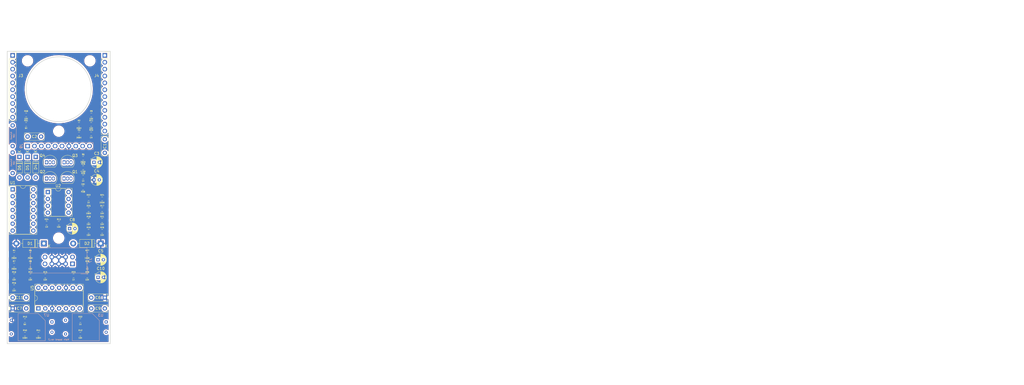
<source format=kicad_pcb>
(kicad_pcb (version 20171130) (host pcbnew "(5.0.2)-1")
  (title_block (title Valve) (date 2018-01-22) (rev 1) (company "Coriolis Instruments") (comment 1 "Combined board with cutting lines."))
  (layers (0 F.Cu signal) (31 B.Cu signal) (34 B.Paste user) (35 F.Paste user) (36 B.SilkS user) (37 F.SilkS user) (38 B.Mask user) (39 F.Mask user) (44 Edge.Cuts user))
  (net 0 "")
  (net 1 /tube.2)
  (net 2 /tube.in)
  (net 3 /tube.1)
  (net 4 /tube.7)
  (net 5 /+12V)
  (net 6 /gnd)
  (net 7 /-12V)
  (net 8 "Net-(C5-Pad2)")
  (net 9 /tube.6)
  (net 10 /tube.out)
  (net 11 /R.gain.1)
  (net 12 /led.fb.in)
  (net 13 "Net-(C10-Pad1)")
  (net 14 /audio.out)
  (net 15 "Net-(C11-Pad1)")
  (net 16 "Net-(D1-Pad1)")
  (net 17 "Net-(D2-Pad2)")
  (net 18 "Net-(D4-Pad1)")
  (net 19 "Net-(D5-Pad1)")
  (net 20 /led.clip.in)
  (net 21 /audio.in)
  (net 22 /led.clip.out)
  (net 23 /led.fb.out)
  (net 24 /R.gain.3)
  (net 25 /fb.cv.in)
  (net 26 /fb.cv.level)
  (net 27 /fb.level)
  (net 28 /drv.cv.in)
  (net 29 /drv.cv.level)
  (net 30 /drv.level)
  (net 31 /tone.cv.in)
  (net 32 /tone.cv.level)
  (net 33 /tone.level)
  (net 34 /tube.8)
  (net 35 "Net-(Q1-Pad1)")
  (net 36 "Net-(Q1-Pad2)")
  (net 37 "Net-(Q2-Pad2)")
  (net 38 "Net-(Q3-Pad2)")
  (net 39 "Net-(Q4-Pad2)")
  (net 40 "Net-(R2-Pad1)")
  (net 41 "Net-(R3-Pad1)")
  (net 42 "Net-(R4-Pad1)")
  (net 43 "Net-(R12-Pad2)")
  (net 44 "Net-(R13-Pad2)")
  (net 45 "Net-(R10-Pad2)")
  (net 46 /+1V)
  (net 47 "Net-(R10-Pad1)")
  (net 48 "Net-(R15-Pad2)")
  (net 49 "Net-(R16-Pad2)")
  (net 50 "Net-(R17-Pad2)")
  (net 51 /cv.fb)
  (net 52 /cv.drv)
  (net 53 /cv.tone)
  (net 54 "Net-(R25-Pad2)")
  (net 55 "Net-(R29-Pad1)")
  (net 56 "Net-(R33-Pad1)")
  (net 57 "Net-(R40-Pad2)")
  (net 58 /tube.3)
  (module MountingHole:MountingHole_3.2mm_M3 (layer F.Cu) (at 19 29.5)
    (fp_text reference M6 hide)
    (fp_text value MountingHole_3.2mm_M3)
    (pad 1 np_thru_hole circle (at 0 0) (size 3.2 3.2) (drill 3.2) (layers *.Cu *.Mask))
  )
  (module MountingHole:MountingHole_3.2mm_M3 (layer F.Cu) (at 7.5 3.5)
    (fp_text reference M5 hide)
    (fp_text value MountingHole_3.2mm_M3)
    (pad 1 np_thru_hole circle (at 0 0) (size 3.2 3.2) (drill 3.2) (layers *.Cu *.Mask))
  )
  (module MountingHole:MountingHole_3.2mm_M3 (layer F.Cu) (at 30.5 3.5)
    (fp_text reference M4 hide)
    (fp_text value MountingHole_3.2mm_M3)
    (pad 1 np_thru_hole circle (at 0 0) (size 3.2 3.2) (drill 3.2) (layers *.Cu *.Mask))
  )
  (module Package_DIP:DIP-14_W7.62mm_Socket (layer F.Cu) (at 11.5 95 90)
    (fp_text reference U5 (at 7.5 -2.33 90) (layer F.SilkS))
    (fp_text value TL074)
    (pad 1 thru_hole rect (at 0 0 90) (size 1.6 1.6) (drill 0.8) (layers *.Cu *.Mask) (net 11 /R.gain.1))
    (pad 8 thru_hole oval (at 7.62 15.24 90) (size 1.6 1.6) (drill 0.8) (layers *.Cu *.Mask) (net 35 "Net-(Q1-Pad1)"))
    (pad 2 thru_hole oval (at 0 2.54 90) (size 1.6 1.6) (drill 0.8) (layers *.Cu *.Mask) (net 24 /R.gain.3))
    (pad 9 thru_hole oval (at 7.62 12.7 90) (size 1.6 1.6) (drill 0.8) (layers *.Cu *.Mask) (net 56 "Net-(R33-Pad1)"))
    (pad 3 thru_hole oval (at 0 5.08 90) (size 1.6 1.6) (drill 0.8) (layers *.Cu *.Mask) (net 6 /gnd))
    (pad 10 thru_hole oval (at 7.62 10.16 90) (size 1.6 1.6) (drill 0.8) (layers *.Cu *.Mask) (net 6 /gnd))
    (pad 4 thru_hole oval (at 0 7.62 90) (size 1.6 1.6) (drill 0.8) (layers *.Cu *.Mask) (net 5 /+12V))
    (pad 11 thru_hole oval (at 7.62 7.62 90) (size 1.6 1.6) (drill 0.8) (layers *.Cu *.Mask) (net 7 /-12V))
    (pad 5 thru_hole oval (at 0 10.16 90) (size 1.6 1.6) (drill 0.8) (layers *.Cu *.Mask) (net 21 /audio.in))
    (pad 12 thru_hole oval (at 7.62 5.08 90) (size 1.6 1.6) (drill 0.8) (layers *.Cu *.Mask) (net 35 "Net-(Q1-Pad1)"))
    (pad 6 thru_hole oval (at 0 12.7 90) (size 1.6 1.6) (drill 0.8) (layers *.Cu *.Mask) (net 55 "Net-(R29-Pad1)"))
    (pad 13 thru_hole oval (at 7.62 2.54 90) (size 1.6 1.6) (drill 0.8) (layers *.Cu *.Mask) (net 14 /audio.out))
    (pad 7 thru_hole oval (at 0 15.24 90) (size 1.6 1.6) (drill 0.8) (layers *.Cu *.Mask) (net 2 /tube.in))
    (pad 14 thru_hole oval (at 7.62 0 90) (size 1.6 1.6) (drill 0.8) (layers *.Cu *.Mask) (net 14 /audio.out))
  )
  (module Capacitor_THT:C_Disc_D7.0mm_W2.5mm_P5.00mm (layer F.Cu) (at 36 32.5 270)
    (fp_text reference C1 (at 2.5 0 270) (layer F.SilkS))
    (fp_text value 47nF)
    (pad 1 thru_hole circle (at 0 0 270) (size 1.6 1.6) (drill 0.8) (layers *.Cu *.Mask) (net 1 /tube.2))
    (pad 2 thru_hole circle (at 5 0 270) (size 1.6 1.6) (drill 0.8) (layers *.Cu *.Mask) (net 2 /tube.in))
  )
  (module Capacitor_THT:C_Disc_D7.0mm_W2.5mm_P5.00mm (layer F.Cu) (at 12.5 31.5 180)
    (fp_text reference C2 (at 2.5 0 180) (layer F.SilkS))
    (fp_text value 47nF)
    (pad 2 thru_hole circle (at 5 0 180) (size 1.6 1.6) (drill 0.8) (layers *.Cu *.Mask) (net 3 /tube.1))
    (pad 1 thru_hole circle (at 0 0 180) (size 1.6 1.6) (drill 0.8) (layers *.Cu *.Mask) (net 4 /tube.7))
  )
  (module Capacitor_THT:CP_Radial_D4.0mm_P2.00mm (layer F.Cu) (at 32 41)
    (fp_text reference C3 (at 1 -3.25) (layer F.SilkS))
    (fp_text value "10uF (25V)")
    (pad 1 thru_hole rect (at 0 0) (size 1.2 1.2) (drill 0.6) (layers *.Cu *.Mask) (net 5 /+12V))
    (pad 2 thru_hole circle (at 2 0) (size 1.2 1.2) (drill 0.6) (layers *.Cu *.Mask) (net 6 /gnd))
  )
  (module Capacitor_THT:CP_Radial_D4.0mm_P2.00mm (layer F.Cu) (at 32 47.5)
    (fp_text reference C4 (at 1 -3.25) (layer F.SilkS))
    (fp_text value "10uF (25V)")
    (pad 1 thru_hole rect (at 0 0) (size 1.2 1.2) (drill 0.6) (layers *.Cu *.Mask) (net 6 /gnd))
    (pad 2 thru_hole circle (at 2 0) (size 1.2 1.2) (drill 0.6) (layers *.Cu *.Mask) (net 7 /-12V))
  )
  (module Capacitor_THT:CP_Radial_D4.0mm_P2.00mm (layer F.Cu) (at 33.5 77)
    (fp_text reference C5 (at 1 -3.25) (layer F.SilkS))
    (fp_text value "1uF (25V)")
    (pad 2 thru_hole circle (at 2 0) (size 1.2 1.2) (drill 0.6) (layers *.Cu *.Mask) (net 8 "Net-(C5-Pad2)"))
    (pad 1 thru_hole rect (at 0 0) (size 1.2 1.2) (drill 0.6) (layers *.Cu *.Mask) (net 9 /tube.6))
  )
  (module Capacitor_THT:C_Disc_D7.0mm_W2.5mm_P5.00mm (layer F.Cu) (at 31 91)
    (fp_text reference C6 (at 2.5 0) (layer F.SilkS))
    (fp_text value 100nF)
    (pad 2 thru_hole circle (at 5 0) (size 1.6 1.6) (drill 0.8) (layers *.Cu *.Mask) (net 6 /gnd))
    (pad 1 thru_hole circle (at 0 0) (size 1.6 1.6) (drill 0.8) (layers *.Cu *.Mask) (net 5 /+12V))
  )
  (module Capacitor_THT:C_Disc_D7.0mm_W2.5mm_P5.00mm (layer F.Cu) (at 2 95)
    (fp_text reference C7 (at 2.5 0) (layer F.SilkS))
    (fp_text value 100nF)
    (pad 1 thru_hole circle (at 0 0) (size 1.6 1.6) (drill 0.8) (layers *.Cu *.Mask) (net 6 /gnd))
    (pad 2 thru_hole circle (at 5 0) (size 1.6 1.6) (drill 0.8) (layers *.Cu *.Mask) (net 7 /-12V))
  )
  (module Capacitor_THT:CP_Radial_D4.0mm_P2.00mm (layer F.Cu) (at 23 65.5)
    (fp_text reference C8 (at 1 -3.25) (layer F.SilkS))
    (fp_text value "1uF (25V)")
    (pad 2 thru_hole circle (at 2 0) (size 1.2 1.2) (drill 0.6) (layers *.Cu *.Mask) (net 10 /tube.out))
    (pad 1 thru_hole rect (at 0 0) (size 1.2 1.2) (drill 0.6) (layers *.Cu *.Mask) (net 11 /R.gain.1))
  )
  (module Capacitor_THT:C_Disc_D7.0mm_W2.5mm_P5.00mm (layer F.Cu) (at 31 95)
    (fp_text reference C9 (at 2.5 0) (layer F.SilkS))
    (fp_text value 22nF)
    (pad 1 thru_hole circle (at 0 0) (size 1.6 1.6) (drill 0.8) (layers *.Cu *.Mask) (net 12 /led.fb.in))
    (pad 2 thru_hole circle (at 5 0) (size 1.6 1.6) (drill 0.8) (layers *.Cu *.Mask) (net 2 /tube.in))
  )
  (module Capacitor_THT:CP_Radial_D4.0mm_P2.00mm (layer F.Cu) (at 33.5 83.5)
    (fp_text reference C10 (at 1 -3.25) (layer F.SilkS))
    (fp_text value 0.22uF)
    (pad 1 thru_hole rect (at 0 0) (size 1.2 1.2) (drill 0.6) (layers *.Cu *.Mask) (net 13 "Net-(C10-Pad1)"))
    (pad 2 thru_hole circle (at 2 0) (size 1.2 1.2) (drill 0.6) (layers *.Cu *.Mask) (net 6 /gnd))
  )
  (module Capacitor_THT:C_Disc_D7.0mm_W2.5mm_P5.00mm (layer F.Cu) (at 2 91)
    (fp_text reference C11 (at 2.5 0) (layer F.SilkS))
    (fp_text value 100nF)
    (pad 2 thru_hole circle (at 5 0) (size 1.6 1.6) (drill 0.8) (layers *.Cu *.Mask) (net 14 /audio.out))
    (pad 1 thru_hole circle (at 0 0) (size 1.6 1.6) (drill 0.8) (layers *.Cu *.Mask) (net 15 "Net-(C11-Pad1)"))
  )
  (module Diode_THT:D_DO-41_SOD81_P10.16mm_Horizontal (layer F.Cu) (at 13.5 71 180)
    (fp_text reference D1 (at 5.08 0 180) (layer F.SilkS))
    (fp_text value IN4001)
    (fp_text user K (at -2 -1 180) (layer F.SilkS))
    (pad 1 thru_hole rect (at 0 0 180) (size 2.2 2.2) (drill 1.1) (layers *.Cu *.Mask) (net 16 "Net-(D1-Pad1)"))
    (pad 2 thru_hole oval (at 10.16 0 180) (size 2.2 2.2) (drill 1.1) (layers *.Cu *.Mask) (net 6 /gnd))
  )
  (module Diode_THT:D_DO-41_SOD81_P10.16mm_Horizontal (layer F.Cu) (at 34.5 71 180)
    (fp_text reference D2 (at 5.08 0 180) (layer F.SilkS))
    (fp_text value IN4001)
    (fp_text user K (at -2 -1 180) (layer F.SilkS))
    (pad 2 thru_hole oval (at 10.16 0 180) (size 2.2 2.2) (drill 1.1) (layers *.Cu *.Mask) (net 17 "Net-(D2-Pad2)"))
    (pad 1 thru_hole rect (at 0 0 180) (size 2.2 2.2) (drill 1.1) (layers *.Cu *.Mask) (net 6 /gnd))
  )
  (module Diode_THT:D_DO-35_SOD27_P7.62mm_Horizontal (layer F.Cu) (at 10.5 39 270)
    (fp_text reference D4 (at 3.81 0 270) (layer F.SilkS))
    (fp_text value IN4148)
    (fp_text user K (at -2 0 270) (layer F.SilkS))
    (pad 2 thru_hole oval (at 7.62 0 270) (size 1.6 1.6) (drill 0.8) (layers *.Cu *.Mask) (net 5 /+12V))
    (pad 1 thru_hole rect (at 0 0 270) (size 1.6 1.6) (drill 0.8) (layers *.Cu *.Mask) (net 18 "Net-(D4-Pad1)"))
  )
  (module Diode_THT:D_DO-35_SOD27_P7.62mm_Horizontal (layer F.Cu) (at 7.5 39 270)
    (fp_text reference D5 (at 4 0 270) (layer F.SilkS))
    (fp_text value IN4148)
    (fp_text user K (at -2 0 270) (layer F.SilkS))
    (pad 1 thru_hole rect (at 0 0 270) (size 1.6 1.6) (drill 0.8) (layers *.Cu *.Mask) (net 19 "Net-(D5-Pad1)"))
    (pad 2 thru_hole oval (at 7.62 0 270) (size 1.6 1.6) (drill 0.8) (layers *.Cu *.Mask) (net 18 "Net-(D4-Pad1)"))
  )
  (module Diode_THT:D_DO-35_SOD27_P7.62mm_Horizontal (layer F.Cu) (at 4.5 39 270)
    (fp_text reference D6 (at 4 0 270) (layer F.SilkS))
    (fp_text value IN4148)
    (fp_text user K (at -2 0 270) (layer F.SilkS))
    (pad 1 thru_hole rect (at 0 0 270) (size 1.6 1.6) (drill 0.8) (layers *.Cu *.Mask) (net 20 /led.clip.in))
    (pad 2 thru_hole oval (at 7.62 0 270) (size 1.6 1.6) (drill 0.8) (layers *.Cu *.Mask) (net 19 "Net-(D5-Pad1)"))
  )
  (module Connector_PinSocket_2.54mm:PinSocket_1x10_P2.54mm_Vertical (layer F.Cu) (at 2 1.5)
    (fp_text reference J3 (at 3 7.5) (layer F.SilkS))
    (fp_text value Conn_01x10)
    (pad 1 thru_hole rect (at 0 0) (size 1.7 1.7) (drill 1) (layers *.Cu *.Mask) (net 5 /+12V))
    (pad 2 thru_hole oval (at 0 2.54) (size 1.7 1.7) (drill 1) (layers *.Cu *.Mask) (net 6 /gnd))
    (pad 3 thru_hole oval (at 0 5.08) (size 1.7 1.7) (drill 1) (layers *.Cu *.Mask) (net 7 /-12V))
    (pad 4 thru_hole oval (at 0 7.62) (size 1.7 1.7) (drill 1) (layers *.Cu *.Mask))
    (pad 5 thru_hole oval (at 0 10.16) (size 1.7 1.7) (drill 1) (layers *.Cu *.Mask) (net 21 /audio.in))
    (pad 6 thru_hole oval (at 0 12.7) (size 1.7 1.7) (drill 1) (layers *.Cu *.Mask) (net 14 /audio.out))
    (pad 7 thru_hole oval (at 0 15.24) (size 1.7 1.7) (drill 1) (layers *.Cu *.Mask) (net 20 /led.clip.in))
    (pad 8 thru_hole oval (at 0 17.78) (size 1.7 1.7) (drill 1) (layers *.Cu *.Mask) (net 22 /led.clip.out))
    (pad 9 thru_hole oval (at 0 20.32) (size 1.7 1.7) (drill 1) (layers *.Cu *.Mask) (net 12 /led.fb.in))
    (pad 10 thru_hole oval (at 0 22.86) (size 1.7 1.7) (drill 1) (layers *.Cu *.Mask) (net 23 /led.fb.out))
  )
  (module Connector_PinSocket_2.54mm:PinSocket_1x12_P2.54mm_Vertical (layer F.Cu) (at 36 1.5)
    (fp_text reference J4 (at -3 7.5) (layer F.SilkS))
    (fp_text value Conn_01x12)
    (pad 1 thru_hole rect (at 0 0) (size 1.7 1.7) (drill 1) (layers *.Cu *.Mask) (net 11 /R.gain.1))
    (pad 2 thru_hole oval (at 0 2.54) (size 1.7 1.7) (drill 1) (layers *.Cu *.Mask) (net 24 /R.gain.3))
    (pad 3 thru_hole oval (at 0 5.08) (size 1.7 1.7) (drill 1) (layers *.Cu *.Mask) (net 25 /fb.cv.in))
    (pad 4 thru_hole oval (at 0 7.62) (size 1.7 1.7) (drill 1) (layers *.Cu *.Mask) (net 26 /fb.cv.level))
    (pad 5 thru_hole oval (at 0 10.16) (size 1.7 1.7) (drill 1) (layers *.Cu *.Mask) (net 27 /fb.level))
    (pad 6 thru_hole oval (at 0 12.7) (size 1.7 1.7) (drill 1) (layers *.Cu *.Mask) (net 28 /drv.cv.in))
    (pad 7 thru_hole oval (at 0 15.24) (size 1.7 1.7) (drill 1) (layers *.Cu *.Mask) (net 29 /drv.cv.level))
    (pad 8 thru_hole oval (at 0 17.78) (size 1.7 1.7) (drill 1) (layers *.Cu *.Mask) (net 30 /drv.level))
    (pad 9 thru_hole oval (at 0 20.32) (size 1.7 1.7) (drill 1) (layers *.Cu *.Mask) (net 31 /tone.cv.in))
    (pad 10 thru_hole oval (at 0 22.86) (size 1.7 1.7) (drill 1) (layers *.Cu *.Mask) (net 32 /tone.cv.level))
    (pad 11 thru_hole oval (at 0 25.4) (size 1.7 1.7) (drill 1) (layers *.Cu *.Mask) (net 33 /tone.level))
    (pad 12 thru_hole oval (at 0 27.94) (size 1.7 1.7) (drill 1) (layers *.Cu *.Mask) (net 34 /tube.8))
  )
  (module Connector_IDC:IDC-Header_2x05_P2.54mm_Vertical (layer B.Cu) (at 24.08 78.54 90)
    (fp_text reference J7 (at 1.27 6.604 90) (layer B.SilkS) (effects (justify mirror)))
    (fp_text value Conn_02x05_Odd_Even)
    (pad 1 thru_hole rect (at 0 0 90) (size 1.7272 1.7272) (drill 1.016) (layers *.Cu *.Mask) (net 17 "Net-(D2-Pad2)"))
    (pad 2 thru_hole oval (at 2.54 0 90) (size 1.7272 1.7272) (drill 1.016) (layers *.Cu *.Mask) (net 17 "Net-(D2-Pad2)"))
    (pad 3 thru_hole oval (at 0 -2.54 90) (size 1.7272 1.7272) (drill 1.016) (layers *.Cu *.Mask) (net 6 /gnd))
    (pad 4 thru_hole oval (at 2.54 -2.54 90) (size 1.7272 1.7272) (drill 1.016) (layers *.Cu *.Mask) (net 6 /gnd))
    (pad 5 thru_hole oval (at 0 -5.08 90) (size 1.7272 1.7272) (drill 1.016) (layers *.Cu *.Mask) (net 6 /gnd))
    (pad 6 thru_hole oval (at 2.54 -5.08 90) (size 1.7272 1.7272) (drill 1.016) (layers *.Cu *.Mask) (net 6 /gnd))
    (pad 7 thru_hole oval (at 0 -7.62 90) (size 1.7272 1.7272) (drill 1.016) (layers *.Cu *.Mask) (net 6 /gnd))
    (pad 8 thru_hole oval (at 2.54 -7.62 90) (size 1.7272 1.7272) (drill 1.016) (layers *.Cu *.Mask) (net 6 /gnd))
    (pad 9 thru_hole oval (at 0 -10.16 90) (size 1.7272 1.7272) (drill 1.016) (layers *.Cu *.Mask) (net 16 "Net-(D1-Pad1)"))
    (pad 10 thru_hole oval (at 2.54 -10.16 90) (size 1.7272 1.7272) (drill 1.016) (layers *.Cu *.Mask) (net 16 "Net-(D1-Pad1)"))
  )
  (module Package_TO_SOT_THT:TO-92_Inline (layer F.Cu) (at 20.96 47)
    (fp_text reference Q1 (at 4.04 -2.5) (layer F.SilkS))
    (fp_text value BC547)
    (pad 1 thru_hole rect (at 0 0) (size 1.05 1.5) (drill 0.75) (layers *.Cu *.Mask) (net 35 "Net-(Q1-Pad1)"))
    (pad 3 thru_hole oval (at 2.54 0) (size 1.05 1.5) (drill 0.75) (layers *.Cu *.Mask) (net 12 /led.fb.in))
    (pad 2 thru_hole oval (at 1.27 0) (size 1.05 1.5) (drill 0.75) (layers *.Cu *.Mask) (net 36 "Net-(Q1-Pad2)"))
  )
  (module Package_TO_SOT_THT:TO-92_Inline (layer F.Cu) (at 14.5 47)
    (fp_text reference Q2 (at -1.5 -2.5) (layer F.SilkS))
    (fp_text value BC547)
    (pad 2 thru_hole oval (at 1.27 0) (size 1.05 1.5) (drill 0.75) (layers *.Cu *.Mask) (net 37 "Net-(Q2-Pad2)"))
    (pad 3 thru_hole oval (at 2.54 0) (size 1.05 1.5) (drill 0.75) (layers *.Cu *.Mask) (net 36 "Net-(Q1-Pad2)"))
    (pad 1 thru_hole rect (at 0 0) (size 1.05 1.5) (drill 0.75) (layers *.Cu *.Mask) (net 5 /+12V))
  )
  (module Package_TO_SOT_THT:TO-92_Inline (layer F.Cu) (at 21 41)
    (fp_text reference Q3 (at 4 -2.5) (layer F.SilkS))
    (fp_text value BC547)
    (pad 1 thru_hole rect (at 0 0) (size 1.05 1.5) (drill 0.75) (layers *.Cu *.Mask) (net 5 /+12V))
    (pad 3 thru_hole oval (at 2.54 0) (size 1.05 1.5) (drill 0.75) (layers *.Cu *.Mask) (net 13 "Net-(C10-Pad1)"))
    (pad 2 thru_hole oval (at 1.27 0) (size 1.05 1.5) (drill 0.75) (layers *.Cu *.Mask) (net 38 "Net-(Q3-Pad2)"))
  )
  (module Package_TO_SOT_THT:TO-92_Inline (layer F.Cu) (at 14.5 41)
    (fp_text reference Q4 (at -1.5 -2.5) (layer F.SilkS))
    (fp_text value BC557)
    (pad 2 thru_hole oval (at 1.27 0) (size 1.05 1.5) (drill 0.75) (layers *.Cu *.Mask) (net 39 "Net-(Q4-Pad2)"))
    (pad 3 thru_hole oval (at 2.54 0) (size 1.05 1.5) (drill 0.75) (layers *.Cu *.Mask) (net 20 /led.clip.in))
    (pad 1 thru_hole rect (at 0 0) (size 1.05 1.5) (drill 0.75) (layers *.Cu *.Mask) (net 22 /led.clip.out))
  )
  (module Package_DIP:DIP-14_W7.62mm_Socket (layer F.Cu) (at 2 51)
    (fp_text reference U1 (at 0 -2.5) (layer F.SilkS))
    (fp_text value TL074)
    (pad 14 thru_hole oval (at 7.62 0) (size 1.6 1.6) (drill 0.8) (layers *.Cu *.Mask) (net 52 /cv.drv))
    (pad 7 thru_hole oval (at 0 15.24) (size 1.6 1.6) (drill 0.8) (layers *.Cu *.Mask) (net 45 "Net-(R10-Pad2)"))
    (pad 13 thru_hole oval (at 7.62 2.54) (size 1.6 1.6) (drill 0.8) (layers *.Cu *.Mask) (net 49 "Net-(R16-Pad2)"))
    (pad 6 thru_hole oval (at 0 12.7) (size 1.6 1.6) (drill 0.8) (layers *.Cu *.Mask) (net 42 "Net-(R4-Pad1)"))
    (pad 12 thru_hole oval (at 7.62 5.08) (size 1.6 1.6) (drill 0.8) (layers *.Cu *.Mask) (net 46 /+1V))
    (pad 5 thru_hole oval (at 0 10.16) (size 1.6 1.6) (drill 0.8) (layers *.Cu *.Mask) (net 26 /fb.cv.level))
    (pad 11 thru_hole oval (at 7.62 7.62) (size 1.6 1.6) (drill 0.8) (layers *.Cu *.Mask) (net 7 /-12V))
    (pad 4 thru_hole oval (at 0 7.62) (size 1.6 1.6) (drill 0.8) (layers *.Cu *.Mask) (net 5 /+12V))
    (pad 10 thru_hole oval (at 7.62 10.16) (size 1.6 1.6) (drill 0.8) (layers *.Cu *.Mask) (net 47 "Net-(R10-Pad1)"))
    (pad 3 thru_hole oval (at 0 5.08) (size 1.6 1.6) (drill 0.8) (layers *.Cu *.Mask) (net 29 /drv.cv.level))
    (pad 9 thru_hole oval (at 7.62 12.7) (size 1.6 1.6) (drill 0.8) (layers *.Cu *.Mask) (net 48 "Net-(R15-Pad2)"))
    (pad 2 thru_hole oval (at 0 2.54) (size 1.6 1.6) (drill 0.8) (layers *.Cu *.Mask) (net 40 "Net-(R2-Pad1)"))
    (pad 8 thru_hole oval (at 7.62 15.24) (size 1.6 1.6) (drill 0.8) (layers *.Cu *.Mask) (net 51 /cv.fb))
    (pad 1 thru_hole rect (at 0 0) (size 1.6 1.6) (drill 0.8) (layers *.Cu *.Mask) (net 43 "Net-(R12-Pad2)"))
  )
  (module Package_DIP:DIP-8_W7.62mm_Socket (layer F.Cu) (at 15 52)
    (fp_text reference U2 (at 3.81 -2.33) (layer F.SilkS))
    (fp_text value TL072)
    (pad 8 thru_hole oval (at 7.62 0) (size 1.6 1.6) (drill 0.8) (layers *.Cu *.Mask) (net 5 /+12V))
    (pad 4 thru_hole oval (at 0 7.62) (size 1.6 1.6) (drill 0.8) (layers *.Cu *.Mask) (net 7 /-12V))
    (pad 7 thru_hole oval (at 7.62 2.54) (size 1.6 1.6) (drill 0.8) (layers *.Cu *.Mask) (net 53 /cv.tone))
    (pad 3 thru_hole oval (at 0 5.08) (size 1.6 1.6) (drill 0.8) (layers *.Cu *.Mask) (net 32 /tone.cv.level))
    (pad 6 thru_hole oval (at 7.62 5.08) (size 1.6 1.6) (drill 0.8) (layers *.Cu *.Mask) (net 50 "Net-(R17-Pad2)"))
    (pad 2 thru_hole oval (at 0 2.54) (size 1.6 1.6) (drill 0.8) (layers *.Cu *.Mask) (net 41 "Net-(R3-Pad1)"))
    (pad 5 thru_hole oval (at 7.62 7.62) (size 1.6 1.6) (drill 0.8) (layers *.Cu *.Mask) (net 46 /+1V))
    (pad 1 thru_hole rect (at 0 0) (size 1.6 1.6) (drill 0.8) (layers *.Cu *.Mask) (net 44 "Net-(R13-Pad2)"))
  )
  (module OptoDevice:PerkinElmer_VTL5C (layer B.Cu) (at 36.5 100 180)
    (fp_text reference U3 (at 2 2.5 180) (layer B.SilkS) (effects (justify mirror)))
    (fp_text value VTL5C)
    (pad 1 thru_hole roundrect (at 0 0 180) (size 1.15 1.15) (drill 0.55) (layers *.Cu *.Mask) (net 54 "Net-(R25-Pad2)"))
    (pad 3 thru_hole circle (at 15 0.64 180) (size 1.15 1.15) (drill 0.55) (layers *.Cu *.Mask) (net 34 /tube.8))
    (pad 4 thru_hole circle (at 15 -4.44 180) (size 1.15 1.15) (drill 0.55) (layers *.Cu *.Mask) (net 58 /tube.3))
    (pad 2 thru_hole circle (at 0 -3.8 180) (size 1.15 1.15) (drill 0.55) (layers *.Cu *.Mask) (net 52 /cv.drv))
  )
  (module OptoDevice:PerkinElmer_VTL5C (layer B.Cu) (at 16.5 100 180)
    (fp_text reference U7 (at 2 2.5 180) (layer B.SilkS) (effects (justify mirror)))
    (fp_text value VTL5C)
    (pad 2 thru_hole circle (at 0 -3.8 180) (size 1.15 1.15) (drill 0.55) (layers *.Cu *.Mask) (net 53 /cv.tone))
    (pad 4 thru_hole circle (at 15 -4.44 180) (size 1.15 1.15) (drill 0.55) (layers *.Cu *.Mask) (net 15 "Net-(C11-Pad1)"))
    (pad 3 thru_hole circle (at 15 0.64 180) (size 1.15 1.15) (drill 0.55) (layers *.Cu *.Mask) (net 6 /gnd))
    (pad 1 thru_hole roundrect (at 0 0 180) (size 1.15 1.15) (drill 0.55) (layers *.Cu *.Mask) (net 57 "Net-(R40-Pad2)"))
  )
  (module Connector_PinHeader_2.54mm:PinHeader_1x10_P2.54mm_Vertical (layer B.Cu) (at 7.5 35 270)
    (fp_text reference J9 (at 0 2.33 270) (layer B.SilkS) (effects (justify mirror)))
    (fp_text value Conn_01x10)
    (pad 10 thru_hole oval (at 0 -22.86 270) (size 1.7 1.7) (drill 1) (layers *.Cu *.Mask) (net 14 /audio.out))
    (pad 9 thru_hole oval (at 0 -20.32 270) (size 1.7 1.7) (drill 1) (layers *.Cu *.Mask) (net 5 /+12V))
    (pad 8 thru_hole oval (at 0 -17.78 270) (size 1.7 1.7) (drill 1) (layers *.Cu *.Mask) (net 7 /-12V))
    (pad 7 thru_hole oval (at 0 -15.24 270) (size 1.7 1.7) (drill 1) (layers *.Cu *.Mask) (net 6 /gnd))
    (pad 6 thru_hole oval (at 0 -12.7 270) (size 1.7 1.7) (drill 1) (layers *.Cu *.Mask) (net 34 /tube.8))
    (pad 5 thru_hole oval (at 0 -10.16 270) (size 1.7 1.7) (drill 1) (layers *.Cu *.Mask) (net 4 /tube.7))
    (pad 4 thru_hole oval (at 0 -7.62 270) (size 1.7 1.7) (drill 1) (layers *.Cu *.Mask) (net 9 /tube.6))
    (pad 3 thru_hole oval (at 0 -5.08 270) (size 1.7 1.7) (drill 1) (layers *.Cu *.Mask) (net 58 /tube.3))
    (pad 2 thru_hole oval (at 0 -2.54 270) (size 1.7 1.7) (drill 1) (layers *.Cu *.Mask) (net 1 /tube.2))
    (pad 1 thru_hole rect (at 0 0 270) (size 1.7 1.7) (drill 1) (layers *.Cu *.Mask) (net 3 /tube.1))
  )
  (module MountingHole:MountingHole_3.2mm_M3 (layer F.Cu) (at 19 69)
    (fp_text reference REF** hide)
    (fp_text value MountingHole_3.2mm_M3)
    (pad 1 np_thru_hole circle (at 0 0) (size 3.2 3.2) (drill 3.2) (layers *.Cu *.Mask))
  )
  (module Coriolis-KiCad:R_0805_2012Metric_Pad1.15x1.40mm_HandSolder_smalltext (layer F.Cu) (at 26.475 27)
    (fp_text reference R2 (at 0 -1.397) (layer F.SilkS) (effects (font (size 0.5 0.5) (thickness 0.1))))
    (fp_text value 200K (at 0 1.397) (layer F.SilkS) (effects (font (size 0.5 0.5) (thickness 0.1))))
    (pad 1 smd roundrect (at -1.025 0) (size 1.15 1.4) (layers F.Cu F.Paste F.Mask) (roundrect_rratio 0.217391) (net 40 "Net-(R2-Pad1)"))
    (pad 2 smd roundrect (at 1.025 0) (size 1.15 1.4) (layers F.Cu F.Paste F.Mask) (roundrect_rratio 0.217391) (net 28 /drv.cv.in))
  )
  (module Coriolis-KiCad:R_0805_2012Metric_Pad1.15x1.40mm_HandSolder_smalltext (layer F.Cu) (at 26.475 30.5)
    (fp_text reference R3 (at 0 -1.397) (layer F.SilkS) (effects (font (size 0.5 0.5) (thickness 0.1))))
    (fp_text value 200K (at 0 1.397) (layer F.SilkS) (effects (font (size 0.5 0.5) (thickness 0.1))))
    (pad 1 smd roundrect (at -1.025 0) (size 1.15 1.4) (layers F.Cu F.Paste F.Mask) (roundrect_rratio 0.217391) (net 41 "Net-(R3-Pad1)"))
    (pad 2 smd roundrect (at 1.025 0) (size 1.15 1.4) (layers F.Cu F.Paste F.Mask) (roundrect_rratio 0.217391) (net 31 /tone.cv.in))
  )
  (module Coriolis-KiCad:R_0805_2012Metric_Pad1.15x1.40mm_HandSolder_smalltext (layer F.Cu) (at 2.525 75)
    (fp_text reference R4 (at 0 -1.397) (layer F.SilkS) (effects (font (size 0.5 0.5) (thickness 0.1))))
    (fp_text value 200K (at 0 1.397) (layer F.SilkS) (effects (font (size 0.5 0.5) (thickness 0.1))))
    (pad 1 smd roundrect (at -1.025 0) (size 1.15 1.4) (layers F.Cu F.Paste F.Mask) (roundrect_rratio 0.217391) (net 42 "Net-(R4-Pad1)"))
    (pad 2 smd roundrect (at 1.025 0) (size 1.15 1.4) (layers F.Cu F.Paste F.Mask) (roundrect_rratio 0.217391) (net 25 /fb.cv.in))
  )
  (module Coriolis-KiCad:R_0805_2012Metric_Pad1.15x1.40mm_HandSolder_smalltext (layer F.Cu) (at 8.525 75)
    (fp_text reference R5 (at 0 -1.397) (layer F.SilkS) (effects (font (size 0.5 0.5) (thickness 0.1))))
    (fp_text value 200K (at 0 1.397) (layer F.SilkS) (effects (font (size 0.5 0.5) (thickness 0.1))))
    (pad 2 smd roundrect (at 1.025 0) (size 1.15 1.4) (layers F.Cu F.Paste F.Mask) (roundrect_rratio 0.217391) (net 40 "Net-(R2-Pad1)"))
    (pad 1 smd roundrect (at -1.025 0) (size 1.15 1.4) (layers F.Cu F.Paste F.Mask) (roundrect_rratio 0.217391) (net 43 "Net-(R12-Pad2)"))
  )
  (module Coriolis-KiCad:R_0805_2012Metric_Pad1.15x1.40mm_HandSolder_smalltext (layer F.Cu) (at 28 39.5)
    (fp_text reference R6 (at 0 -1.397) (layer F.SilkS) (effects (font (size 0.5 0.5) (thickness 0.1))))
    (fp_text value 200K (at 0 1.397) (layer F.SilkS) (effects (font (size 0.5 0.5) (thickness 0.1))))
    (pad 2 smd roundrect (at 1.025 0) (size 1.15 1.4) (layers F.Cu F.Paste F.Mask) (roundrect_rratio 0.217391) (net 41 "Net-(R3-Pad1)"))
    (pad 1 smd roundrect (at -1.025 0) (size 1.15 1.4) (layers F.Cu F.Paste F.Mask) (roundrect_rratio 0.217391) (net 44 "Net-(R13-Pad2)"))
  )
  (module Coriolis-KiCad:R_0805_2012Metric_Pad1.15x1.40mm_HandSolder_smalltext (layer F.Cu) (at 2.525 79)
    (fp_text reference R7 (at 0 -1.397) (layer F.SilkS) (effects (font (size 0.5 0.5) (thickness 0.1))))
    (fp_text value 200K (at 0 1.397) (layer F.SilkS) (effects (font (size 0.5 0.5) (thickness 0.1))))
    (pad 2 smd roundrect (at 1.025 0) (size 1.15 1.4) (layers F.Cu F.Paste F.Mask) (roundrect_rratio 0.217391) (net 42 "Net-(R4-Pad1)"))
    (pad 1 smd roundrect (at -1.025 0) (size 1.15 1.4) (layers F.Cu F.Paste F.Mask) (roundrect_rratio 0.217391) (net 45 "Net-(R10-Pad2)"))
  )
  (module Coriolis-KiCad:R_0805_2012Metric_Pad1.15x1.40mm_HandSolder_smalltext (layer F.Cu) (at 8.525 79)
    (fp_text reference R8 (at 0 -1.397) (layer F.SilkS) (effects (font (size 0.5 0.5) (thickness 0.1))))
    (fp_text value 10K (at 0 1.397) (layer F.SilkS) (effects (font (size 0.5 0.5) (thickness 0.1))))
    (pad 1 smd roundrect (at -1.025 0) (size 1.15 1.4) (layers F.Cu F.Paste F.Mask) (roundrect_rratio 0.217391) (net 46 /+1V))
    (pad 2 smd roundrect (at 1.025 0) (size 1.15 1.4) (layers F.Cu F.Paste F.Mask) (roundrect_rratio 0.217391) (net 30 /drv.level))
  )
  (module Coriolis-KiCad:R_0805_2012Metric_Pad1.15x1.40mm_HandSolder_smalltext (layer F.Cu) (at 31.025 23.5)
    (fp_text reference R9 (at 0 -1.397) (layer F.SilkS) (effects (font (size 0.5 0.5) (thickness 0.1))))
    (fp_text value 10K (at 0 1.397) (layer F.SilkS) (effects (font (size 0.5 0.5) (thickness 0.1))))
    (pad 1 smd roundrect (at -1.025 0) (size 1.15 1.4) (layers F.Cu F.Paste F.Mask) (roundrect_rratio 0.217391) (net 46 /+1V))
    (pad 2 smd roundrect (at 1.025 0) (size 1.15 1.4) (layers F.Cu F.Paste F.Mask) (roundrect_rratio 0.217391) (net 33 /tone.level))
  )
  (module Coriolis-KiCad:R_0805_2012Metric_Pad1.15x1.40mm_HandSolder_smalltext (layer F.Cu) (at 2.525 83)
    (fp_text reference R10 (at 0 -1.397 180) (layer F.SilkS) (effects (font (size 0.5 0.5) (thickness 0.1))))
    (fp_text value 10K (at 0 1.397) (layer F.SilkS) (effects (font (size 0.5 0.5) (thickness 0.1))))
    (pad 2 smd roundrect (at 1.025 0) (size 1.15 1.4) (layers F.Cu F.Paste F.Mask) (roundrect_rratio 0.217391) (net 45 "Net-(R10-Pad2)"))
    (pad 1 smd roundrect (at -1.025 0) (size 1.15 1.4) (layers F.Cu F.Paste F.Mask) (roundrect_rratio 0.217391) (net 47 "Net-(R10-Pad1)"))
  )
  (module Coriolis-KiCad:R_0805_2012Metric_Pad1.15x1.40mm_HandSolder_smalltext (layer F.Cu) (at 30.975 27)
    (fp_text reference R11 (at 0 -1.397) (layer F.SilkS) (effects (font (size 0.5 0.5) (thickness 0.1))))
    (fp_text value 10K (at 0 1.397) (layer F.SilkS) (effects (font (size 0.5 0.5) (thickness 0.1))))
    (pad 1 smd roundrect (at -1.025 0) (size 1.15 1.4) (layers F.Cu F.Paste F.Mask) (roundrect_rratio 0.217391) (net 47 "Net-(R10-Pad1)"))
    (pad 2 smd roundrect (at 1.025 0) (size 1.15 1.4) (layers F.Cu F.Paste F.Mask) (roundrect_rratio 0.217391) (net 27 /fb.level))
  )
  (module Coriolis-KiCad:R_0805_2012Metric_Pad1.15x1.40mm_HandSolder_smalltext (layer F.Cu) (at 8.525 83)
    (fp_text reference R12 (at 0 -1.397) (layer F.SilkS) (effects (font (size 0.5 0.5) (thickness 0.1))))
    (fp_text value 10K (at 0 1.397) (layer F.SilkS) (effects (font (size 0.5 0.5) (thickness 0.1))))
    (pad 1 smd roundrect (at -1.025 0) (size 1.15 1.4) (layers F.Cu F.Paste F.Mask) (roundrect_rratio 0.217391) (net 46 /+1V))
    (pad 2 smd roundrect (at 1.025 0) (size 1.15 1.4) (layers F.Cu F.Paste F.Mask) (roundrect_rratio 0.217391) (net 43 "Net-(R12-Pad2)"))
  )
  (module Coriolis-KiCad:R_0805_2012Metric_Pad1.15x1.40mm_HandSolder_smalltext (layer F.Cu) (at 19.025 63.5)
    (fp_text reference R13 (at 0 -1.397) (layer F.SilkS) (effects (font (size 0.5 0.5) (thickness 0.1))))
    (fp_text value 10K (at 0 1.397) (layer F.SilkS) (effects (font (size 0.5 0.5) (thickness 0.1))))
    (pad 1 smd roundrect (at -1.025 0) (size 1.15 1.4) (layers F.Cu F.Paste F.Mask) (roundrect_rratio 0.217391) (net 46 /+1V))
    (pad 2 smd roundrect (at 1.025 0) (size 1.15 1.4) (layers F.Cu F.Paste F.Mask) (roundrect_rratio 0.217391) (net 44 "Net-(R13-Pad2)"))
  )
  (module Coriolis-KiCad:R_0805_2012Metric_Pad1.15x1.40mm_HandSolder_smalltext (layer F.Cu) (at 14.025 83)
    (fp_text reference R15 (at 0 -1.397) (layer F.SilkS) (effects (font (size 0.5 0.5) (thickness 0.1))))
    (fp_text value 10K (at 0 1.397) (layer F.SilkS) (effects (font (size 0.5 0.5) (thickness 0.1))))
    (pad 2 smd roundrect (at 1.025 0) (size 1.15 1.4) (layers F.Cu F.Paste F.Mask) (roundrect_rratio 0.217391) (net 48 "Net-(R15-Pad2)"))
    (pad 1 smd roundrect (at -1.025 0) (size 1.15 1.4) (layers F.Cu F.Paste F.Mask) (roundrect_rratio 0.217391) (net 6 /gnd))
  )
  (module Coriolis-KiCad:R_0805_2012Metric_Pad1.15x1.40mm_HandSolder_smalltext (layer F.Cu) (at 2.525 87)
    (fp_text reference R16 (at 0 -1.397) (layer F.SilkS) (effects (font (size 0.5 0.5) (thickness 0.1))))
    (fp_text value 10K (at 0 1.397) (layer F.SilkS) (effects (font (size 0.5 0.5) (thickness 0.1))))
    (pad 2 smd roundrect (at 1.025 0) (size 1.15 1.4) (layers F.Cu F.Paste F.Mask) (roundrect_rratio 0.217391) (net 49 "Net-(R16-Pad2)"))
    (pad 1 smd roundrect (at -1.025 0) (size 1.15 1.4) (layers F.Cu F.Paste F.Mask) (roundrect_rratio 0.217391) (net 6 /gnd))
  )
  (module Coriolis-KiCad:R_0805_2012Metric_Pad1.15x1.40mm_HandSolder_smalltext (layer F.Cu) (at 35.025 58.5)
    (fp_text reference R17 (at 0 -1.397) (layer F.SilkS) (effects (font (size 0.5 0.5) (thickness 0.1))))
    (fp_text value 10K (at 0 1.397) (layer F.SilkS) (effects (font (size 0.5 0.5) (thickness 0.1))))
    (pad 2 smd roundrect (at 1.025 0) (size 1.15 1.4) (layers F.Cu F.Paste F.Mask) (roundrect_rratio 0.217391) (net 50 "Net-(R17-Pad2)"))
    (pad 1 smd roundrect (at -1.025 0) (size 1.15 1.4) (layers F.Cu F.Paste F.Mask) (roundrect_rratio 0.217391) (net 6 /gnd))
  )
  (module Coriolis-KiCad:R_0805_2012Metric_Pad1.15x1.40mm_HandSolder_smalltext (layer F.Cu) (at 30.025 62.5)
    (fp_text reference R18 (at 0 -1.397) (layer F.SilkS) (effects (font (size 0.5 0.5) (thickness 0.1))))
    (fp_text value 10K (at 0 1.397) (layer F.SilkS) (effects (font (size 0.5 0.5) (thickness 0.1))))
    (pad 1 smd roundrect (at -1.025 0) (size 1.15 1.4) (layers F.Cu F.Paste F.Mask) (roundrect_rratio 0.217391) (net 51 /cv.fb))
    (pad 2 smd roundrect (at 1.025 0) (size 1.15 1.4) (layers F.Cu F.Paste F.Mask) (roundrect_rratio 0.217391) (net 48 "Net-(R15-Pad2)"))
  )
  (module Coriolis-KiCad:R_0805_2012Metric_Pad1.15x1.40mm_HandSolder_smalltext (layer F.Cu) (at 30.025 66.5)
    (fp_text reference R19 (at 0 -1.397) (layer F.SilkS) (effects (font (size 0.5 0.5) (thickness 0.1))))
    (fp_text value 10K (at 0 1.397) (layer F.SilkS) (effects (font (size 0.5 0.5) (thickness 0.1))))
    (pad 2 smd roundrect (at 1.025 0) (size 1.15 1.4) (layers F.Cu F.Paste F.Mask) (roundrect_rratio 0.217391) (net 49 "Net-(R16-Pad2)"))
    (pad 1 smd roundrect (at -1.025 0) (size 1.15 1.4) (layers F.Cu F.Paste F.Mask) (roundrect_rratio 0.217391) (net 52 /cv.drv))
  )
  (module Coriolis-KiCad:R_0805_2012Metric_Pad1.15x1.40mm_HandSolder_smalltext (layer F.Cu) (at 35.025 66.5)
    (fp_text reference R20 (at 0 -1.397) (layer F.SilkS) (effects (font (size 0.5 0.5) (thickness 0.1))))
    (fp_text value 10K (at 0 1.397) (layer F.SilkS) (effects (font (size 0.5 0.5) (thickness 0.1))))
    (pad 2 smd roundrect (at 1.025 0) (size 1.15 1.4) (layers F.Cu F.Paste F.Mask) (roundrect_rratio 0.217391) (net 50 "Net-(R17-Pad2)"))
    (pad 1 smd roundrect (at -1.025 0) (size 1.15 1.4) (layers F.Cu F.Paste F.Mask) (roundrect_rratio 0.217391) (net 53 /cv.tone))
  )
  (module Coriolis-KiCad:R_0805_2012Metric_Pad1.15x1.40mm_HandSolder_smalltext (layer F.Cu) (at 35.025 62.5)
    (fp_text reference R21 (at 0 -1.397) (layer F.SilkS) (effects (font (size 0.5 0.5) (thickness 0.1))))
    (fp_text value 10K (at 0 1.397) (layer F.SilkS) (effects (font (size 0.5 0.5) (thickness 0.1))))
    (pad 1 smd roundrect (at -1.025 0) (size 1.15 1.4) (layers F.Cu F.Paste F.Mask) (roundrect_rratio 0.217391) (net 46 /+1V))
    (pad 2 smd roundrect (at 1.025 0) (size 1.15 1.4) (layers F.Cu F.Paste F.Mask) (roundrect_rratio 0.217391) (net 5 /+12V))
  )
  (module Coriolis-KiCad:R_0805_2012Metric_Pad1.15x1.40mm_HandSolder_smalltext (layer F.Cu) (at 30.025 54.5)
    (fp_text reference R22 (at 0 -1.397) (layer F.SilkS) (effects (font (size 0.5 0.5) (thickness 0.1))))
    (fp_text value 1K (at 0 1.397) (layer F.SilkS) (effects (font (size 0.5 0.5) (thickness 0.1))))
    (pad 2 smd roundrect (at 1.025 0) (size 1.15 1.4) (layers F.Cu F.Paste F.Mask) (roundrect_rratio 0.217391) (net 46 /+1V))
    (pad 1 smd roundrect (at -1.025 0) (size 1.15 1.4) (layers F.Cu F.Paste F.Mask) (roundrect_rratio 0.217391) (net 6 /gnd))
  )
  (module Coriolis-KiCad:R_0805_2012Metric_Pad1.15x1.40mm_HandSolder_smalltext (layer F.Cu) (at 30.975 30.5)
    (fp_text reference R23 (at 0 -1.397) (layer F.SilkS) (effects (font (size 0.5 0.5) (thickness 0.1))))
    (fp_text value 1M (at 0 1.397) (layer F.SilkS) (effects (font (size 0.5 0.5) (thickness 0.1))))
    (pad 1 smd roundrect (at -1.025 0) (size 1.15 1.4) (layers F.Cu F.Paste F.Mask) (roundrect_rratio 0.217391) (net 34 /tube.8))
    (pad 2 smd roundrect (at 1.025 0) (size 1.15 1.4) (layers F.Cu F.Paste F.Mask) (roundrect_rratio 0.217391) (net 1 /tube.2))
  )
  (module Coriolis-KiCad:R_0805_2012Metric_Pad1.15x1.40mm_HandSolder_smalltext (layer F.Cu) (at 35.025 54.5)
    (fp_text reference R24 (at 0 -1.397) (layer F.SilkS) (effects (font (size 0.5 0.5) (thickness 0.1))))
    (fp_text value 220K (at 0 1.397) (layer F.SilkS) (effects (font (size 0.5 0.5) (thickness 0.1))))
    (pad 1 smd roundrect (at -1.025 0) (size 1.15 1.4) (layers F.Cu F.Paste F.Mask) (roundrect_rratio 0.217391) (net 3 /tube.1))
    (pad 2 smd roundrect (at 1.025 0) (size 1.15 1.4) (layers F.Cu F.Paste F.Mask) (roundrect_rratio 0.217391) (net 5 /+12V))
  )
  (module Coriolis-KiCad:R_0805_2012Metric_Pad1.15x1.40mm_HandSolder_smalltext (layer F.Cu) (at 30.025 58.5)
    (fp_text reference R25 (at 0 -1.397) (layer F.SilkS) (effects (font (size 0.5 0.5) (thickness 0.1))))
    (fp_text value 100K (at 0 1.397) (layer F.SilkS) (effects (font (size 0.5 0.5) (thickness 0.1))))
    (pad 2 smd roundrect (at 1.025 0) (size 1.15 1.4) (layers F.Cu F.Paste F.Mask) (roundrect_rratio 0.217391) (net 54 "Net-(R25-Pad2)"))
    (pad 1 smd roundrect (at -1.025 0) (size 1.15 1.4) (layers F.Cu F.Paste F.Mask) (roundrect_rratio 0.217391) (net 6 /gnd))
  )
  (module Coriolis-KiCad:R_0805_2012Metric_Pad1.15x1.40mm_HandSolder_smalltext (layer F.Cu) (at 28.025 43)
    (fp_text reference R26 (at 0 -1.397) (layer F.SilkS) (effects (font (size 0.5 0.5) (thickness 0.1))))
    (fp_text value 470K (at 0 1.397) (layer F.SilkS) (effects (font (size 0.5 0.5) (thickness 0.1))))
    (pad 1 smd roundrect (at -1.025 0) (size 1.15 1.4) (layers F.Cu F.Paste F.Mask) (roundrect_rratio 0.217391) (net 34 /tube.8))
    (pad 2 smd roundrect (at 1.025 0) (size 1.15 1.4) (layers F.Cu F.Paste F.Mask) (roundrect_rratio 0.217391) (net 4 /tube.7))
  )
  (module Coriolis-KiCad:R_0805_2012Metric_Pad1.15x1.40mm_HandSolder_smalltext (layer F.Cu) (at 29.525 75)
    (fp_text reference R27 (at 0 -1.397) (layer F.SilkS) (effects (font (size 0.5 0.5) (thickness 0.1))))
    (fp_text value 100K (at 0 1.397) (layer F.SilkS) (effects (font (size 0.5 0.5) (thickness 0.1))))
    (pad 2 smd roundrect (at 1.025 0) (size 1.15 1.4) (layers F.Cu F.Paste F.Mask) (roundrect_rratio 0.217391) (net 5 /+12V))
    (pad 1 smd roundrect (at -1.025 0) (size 1.15 1.4) (layers F.Cu F.Paste F.Mask) (roundrect_rratio 0.217391) (net 9 /tube.6))
  )
  (module Coriolis-KiCad:R_0805_2012Metric_Pad1.15x1.40mm_HandSolder_smalltext (layer F.Cu) (at 29.525 79)
    (fp_text reference R28 (at 0 -1.397) (layer F.SilkS) (effects (font (size 0.5 0.5) (thickness 0.1))))
    (fp_text value 1K (at 0 1.397) (layer F.SilkS) (effects (font (size 0.5 0.5) (thickness 0.1))))
    (pad 2 smd roundrect (at 1.025 0) (size 1.15 1.4) (layers F.Cu F.Paste F.Mask) (roundrect_rratio 0.217391) (net 8 "Net-(C5-Pad2)"))
    (pad 1 smd roundrect (at -1.025 0) (size 1.15 1.4) (layers F.Cu F.Paste F.Mask) (roundrect_rratio 0.217391) (net 24 /R.gain.3))
  )
  (module Coriolis-KiCad:R_0805_2012Metric_Pad1.15x1.40mm_HandSolder_smalltext (layer F.Cu) (at 29.525 83)
    (fp_text reference R29 (at 0 -1.397) (layer F.SilkS) (effects (font (size 0.5 0.5) (thickness 0.1))))
    (fp_text value 10K (at 0 1.397) (layer F.SilkS) (effects (font (size 0.5 0.5) (thickness 0.1))))
    (pad 1 smd roundrect (at -1.025 0) (size 1.15 1.4) (layers F.Cu F.Paste F.Mask) (roundrect_rratio 0.217391) (net 55 "Net-(R29-Pad1)"))
    (pad 2 smd roundrect (at 1.025 0) (size 1.15 1.4) (layers F.Cu F.Paste F.Mask) (roundrect_rratio 0.217391) (net 6 /gnd))
  )
  (module Coriolis-KiCad:R_0805_2012Metric_Pad1.15x1.40mm_HandSolder_smalltext (layer F.Cu) (at 6.975001 23.5)
    (fp_text reference R30 (at 0 -1.397) (layer F.SilkS) (effects (font (size 0.5 0.5) (thickness 0.1))))
    (fp_text value 10K (at 0 1.397) (layer F.SilkS) (effects (font (size 0.5 0.5) (thickness 0.1))))
    (pad 2 smd roundrect (at 1.025 0) (size 1.15 1.4) (layers F.Cu F.Paste F.Mask) (roundrect_rratio 0.217391) (net 55 "Net-(R29-Pad1)"))
    (pad 1 smd roundrect (at -1.025 0) (size 1.15 1.4) (layers F.Cu F.Paste F.Mask) (roundrect_rratio 0.217391) (net 2 /tube.in))
  )
  (module Coriolis-KiCad:R_0805_2012Metric_Pad1.15x1.40mm_HandSolder_smalltext (layer F.Cu) (at 6.975001 27)
    (fp_text reference R31 (at 0 -1.397) (layer F.SilkS) (effects (font (size 0.5 0.5) (thickness 0.1))))
    (fp_text value 5K (at 0 1.397) (layer F.SilkS) (effects (font (size 0.5 0.5) (thickness 0.1))))
    (pad 1 smd roundrect (at -1.025 0) (size 1.15 1.4) (layers F.Cu F.Paste F.Mask) (roundrect_rratio 0.217391) (net 6 /gnd))
    (pad 2 smd roundrect (at 1.025 0) (size 1.15 1.4) (layers F.Cu F.Paste F.Mask) (roundrect_rratio 0.217391) (net 23 /led.fb.out))
  )
  (module Coriolis-KiCad:R_0805_2012Metric_Pad1.15x1.40mm_HandSolder_smalltext (layer F.Cu) (at 26.975 99.5)
    (fp_text reference R32 (at 0 -1.397) (layer F.SilkS) (effects (font (size 0.5 0.5) (thickness 0.1))))
    (fp_text value 1K (at 0 1.397 180) (layer F.SilkS) (effects (font (size 0.5 0.5) (thickness 0.1))))
    (pad 1 smd roundrect (at -1.025 0) (size 1.15 1.4) (layers F.Cu F.Paste F.Mask) (roundrect_rratio 0.217391) (net 6 /gnd))
    (pad 2 smd roundrect (at 1.025 0) (size 1.15 1.4) (layers F.Cu F.Paste F.Mask) (roundrect_rratio 0.217391) (net 12 /led.fb.in))
  )
  (module Coriolis-KiCad:R_0805_2012Metric_Pad1.15x1.40mm_HandSolder_smalltext (layer F.Cu) (at 24.475 83)
    (fp_text reference R33 (at 0 -1.397) (layer F.SilkS) (effects (font (size 0.5 0.5) (thickness 0.1))))
    (fp_text value 1K (at 0 1.397) (layer F.SilkS) (effects (font (size 0.5 0.5) (thickness 0.1))))
    (pad 2 smd roundrect (at 1.025 0) (size 1.15 1.4) (layers F.Cu F.Paste F.Mask) (roundrect_rratio 0.217391) (net 10 /tube.out))
    (pad 1 smd roundrect (at -1.025 0) (size 1.15 1.4) (layers F.Cu F.Paste F.Mask) (roundrect_rratio 0.217391) (net 56 "Net-(R33-Pad1)"))
  )
  (module Coriolis-KiCad:R_0805_2012Metric_Pad1.15x1.40mm_HandSolder_smalltext (layer F.Cu) (at 14.525 63.5)
    (fp_text reference R34 (at 0 -1.397) (layer F.SilkS) (effects (font (size 0.5 0.5) (thickness 0.1))))
    (fp_text value 1M (at 0 1.397) (layer F.SilkS) (effects (font (size 0.5 0.5) (thickness 0.1))))
    (pad 2 smd roundrect (at 1.025 0) (size 1.15 1.4) (layers F.Cu F.Paste F.Mask) (roundrect_rratio 0.217391) (net 37 "Net-(Q2-Pad2)"))
    (pad 1 smd roundrect (at -1.025 0) (size 1.15 1.4) (layers F.Cu F.Paste F.Mask) (roundrect_rratio 0.217391) (net 51 /cv.fb))
  )
  (module Coriolis-KiCad:R_0805_2012Metric_Pad1.15x1.40mm_HandSolder_smalltext (layer F.Cu) (at 28.025 46.5)
    (fp_text reference R35 (at 0 -1.397) (layer F.SilkS) (effects (font (size 0.5 0.5) (thickness 0.1))))
    (fp_text value 1K (at 0 1.397) (layer F.SilkS) (effects (font (size 0.5 0.5) (thickness 0.1))))
    (pad 1 smd roundrect (at -1.025 0) (size 1.15 1.4) (layers F.Cu F.Paste F.Mask) (roundrect_rratio 0.217391) (net 35 "Net-(Q1-Pad1)"))
    (pad 2 smd roundrect (at 1.025 0) (size 1.15 1.4) (layers F.Cu F.Paste F.Mask) (roundrect_rratio 0.217391) (net 56 "Net-(R33-Pad1)"))
  )
  (module Coriolis-KiCad:R_0805_2012Metric_Pad1.15x1.40mm_HandSolder_smalltext (layer F.Cu) (at 27.975 50.5 180)
    (fp_text reference R38 (at 0 -1.397 180) (layer F.SilkS) (effects (font (size 0.5 0.5) (thickness 0.1))))
    (fp_text value 10K (at 0 1.397 180) (layer F.SilkS) (effects (font (size 0.5 0.5) (thickness 0.1))))
    (pad 2 smd roundrect (at 1.025 0 180) (size 1.15 1.4) (layers F.Cu F.Paste F.Mask) (roundrect_rratio 0.217391) (net 10 /tube.out))
    (pad 1 smd roundrect (at -1.025 0 180) (size 1.15 1.4) (layers F.Cu F.Paste F.Mask) (roundrect_rratio 0.217391) (net 38 "Net-(Q3-Pad2)"))
  )
  (module Coriolis-KiCad:R_0805_2012Metric_Pad1.15x1.40mm_HandSolder_smalltext (layer F.Cu) (at 6.525 104.5)
    (fp_text reference R40 (at 0 -1.397) (layer F.SilkS) (effects (font (size 0.5 0.5) (thickness 0.1))))
    (fp_text value 100K (at 0 1.397) (layer F.SilkS) (effects (font (size 0.5 0.5) (thickness 0.1))))
    (pad 1 smd roundrect (at -1.025 0) (size 1.15 1.4) (layers F.Cu F.Paste F.Mask) (roundrect_rratio 0.217391) (net 6 /gnd))
    (pad 2 smd roundrect (at 1.025 0) (size 1.15 1.4) (layers F.Cu F.Paste F.Mask) (roundrect_rratio 0.217391) (net 57 "Net-(R40-Pad2)"))
  )
  (module Coriolis-KiCad:R_0805_2012Metric_Pad1.15x1.40mm_HandSolder_smalltext (layer F.Cu) (at 11.525 104.5)
    (fp_text reference R41 (at 0 -1.397) (layer F.SilkS) (effects (font (size 0.5 0.5) (thickness 0.1))))
    (fp_text value 100K (at 0 1.397) (layer F.SilkS) (effects (font (size 0.5 0.5) (thickness 0.1))))
    (pad 1 smd roundrect (at -1.025 0) (size 1.15 1.4) (layers F.Cu F.Paste F.Mask) (roundrect_rratio 0.217391) (net 6 /gnd))
    (pad 2 smd roundrect (at 1.025 0) (size 1.15 1.4) (layers F.Cu F.Paste F.Mask) (roundrect_rratio 0.217391) (net 13 "Net-(C10-Pad1)"))
  )
  (module Coriolis-KiCad:R_0805_2012Metric_Pad1.15x1.40mm_HandSolder_smalltext (layer F.Cu) (at 26.975 104.5)
    (fp_text reference R42 (at 0 -1.397) (layer F.SilkS) (effects (font (size 0.5 0.5) (thickness 0.1))))
    (fp_text value 10K (at 0 1.397) (layer F.SilkS) (effects (font (size 0.5 0.5) (thickness 0.1))))
    (pad 2 smd roundrect (at 1.025 0) (size 1.15 1.4) (layers F.Cu F.Paste F.Mask) (roundrect_rratio 0.217391) (net 13 "Net-(C10-Pad1)"))
    (pad 1 smd roundrect (at -1.025 0) (size 1.15 1.4) (layers F.Cu F.Paste F.Mask) (roundrect_rratio 0.217391) (net 39 "Net-(Q4-Pad2)"))
  )
  (module Coriolis-KiCad:R_0805_2012Metric_Pad1.15x1.40mm_HandSolder_smalltext (layer F.Cu) (at 6.525 99.5)
    (fp_text reference R43 (at 0 -1.397) (layer F.SilkS) (effects (font (size 0.5 0.5) (thickness 0.1))))
    (fp_text value 5K (at 0 1.397) (layer F.SilkS) (effects (font (size 0.5 0.5) (thickness 0.1))))
    (pad 1 smd roundrect (at -1.025 0) (size 1.15 1.4) (layers F.Cu F.Paste F.Mask) (roundrect_rratio 0.217391) (net 6 /gnd))
    (pad 2 smd roundrect (at 1.025 0) (size 1.15 1.4) (layers F.Cu F.Paste F.Mask) (roundrect_rratio 0.217391) (net 22 /led.clip.out))
  )
  (module Coriolis-KiCad:R_Axial_DIN0207_smalltext (layer B.Cu) (at 2 37.38 270)
    (fp_text reference R.fuse1 (at 3.81 0.508 270) (layer B.SilkS) (effects (font (size 0.508 0.508) (thickness 0.09525)) (justify mirror)))
    (fp_text value 10R (at 3.81 -0.508 270) (layer B.SilkS) (effects (font (size 0.508 0.508) (thickness 0.09525)) (justify mirror)))
    (pad 1 thru_hole circle (at 0 0 270) (size 1.6 1.6) (drill 0.8) (layers *.Cu *.Mask) (net 5 /+12V))
    (pad 2 thru_hole oval (at 7.62 0 270) (size 1.6 1.6) (drill 0.8) (layers *.Cu *.Mask) (net 16 "Net-(D1-Pad1)"))
  )
  (module Coriolis-KiCad:R_Axial_DIN0207_smalltext (layer B.Cu) (at 2 27.38 270)
    (fp_text reference R.fuse2 (at 3.81 0.508 270) (layer B.SilkS) (effects (font (size 0.508 0.508) (thickness 0.09525)) (justify mirror)))
    (fp_text value 10R (at 3.81 -0.508 270) (layer B.SilkS) (effects (font (size 0.508 0.508) (thickness 0.09525)) (justify mirror)))
    (pad 1 thru_hole circle (at 0 0 270) (size 1.6 1.6) (drill 0.8) (layers *.Cu *.Mask) (net 7 /-12V))
    (pad 2 thru_hole oval (at 7.62 0 270) (size 1.6 1.6) (drill 0.8) (layers *.Cu *.Mask) (net 17 "Net-(D2-Pad2)"))
  )
  (gr_line (start 0 108) (end 38 108) (layer Edge.Cuts) (width 0.2))
  (gr_text "Main board rev.2" (at 19 106.5) (layer B.SilkS) (effects (font (size 0.6 0.6) (thickness 0.1)) (justify mirror)))
  (gr_line (start 38 0) (end 38 108) (layer Edge.Cuts) (width 0.2))
  (gr_line (start 0 108) (end 0 0) (layer Edge.Cuts) (width 0.2))
  (gr_line (start 0 0) (end 38 0) (layer Edge.Cuts) (width 0.2))
  (gr_circle (center 19 14) (end 31 14) (layer Edge.Cuts) (width 0.2))
  (zone (net 6) (net_name /gnd) (layer B.Cu) (connect_pads (clearance 0.508)) (min_thickness 0.254) (fill yes (arc_segments 16) (thermal_gap 0.508) (thermal_bridge_width 0.508))
    (polygon (pts (xy 0 108) (xy 0 0) (xy 38 0) (xy 38 108)))
  )
  (zone (net 6) (net_name /gnd) (layer F.Cu) (connect_pads (clearance 0.508)) (min_thickness 0.254) (fill yes (arc_segments 16) (thermal_gap 0.508) (thermal_bridge_width 0.508))
    (polygon (pts (xy 38 108) (xy 38 0) (xy 0 0) (xy 0 108)))
  )
)
</source>
